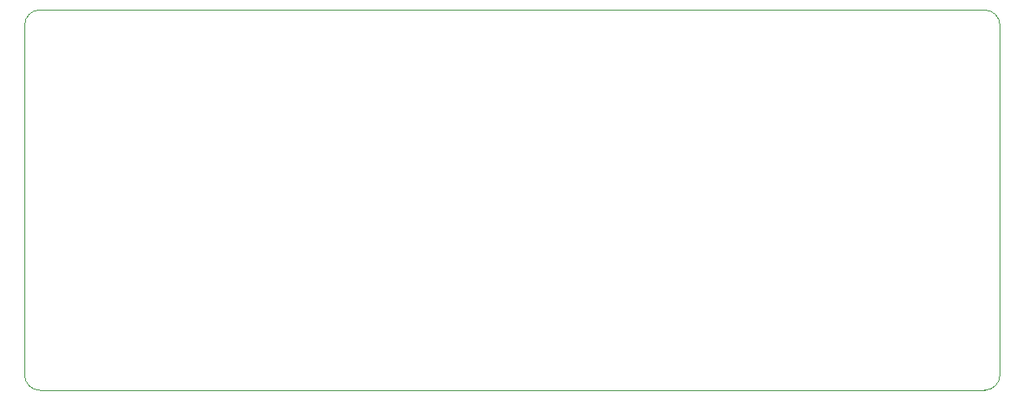
<source format=gm1>
G04 #@! TF.GenerationSoftware,KiCad,Pcbnew,(5.1.9)-1*
G04 #@! TF.CreationDate,2021-05-06T18:48:07-07:00*
G04 #@! TF.ProjectId,PCB,5043422e-6b69-4636-9164-5f7063625858,rev?*
G04 #@! TF.SameCoordinates,Original*
G04 #@! TF.FileFunction,Profile,NP*
%FSLAX46Y46*%
G04 Gerber Fmt 4.6, Leading zero omitted, Abs format (unit mm)*
G04 Created by KiCad (PCBNEW (5.1.9)-1) date 2021-05-06 18:48:07*
%MOMM*%
%LPD*%
G01*
G04 APERTURE LIST*
G04 #@! TA.AperFunction,Profile*
%ADD10C,0.050000*%
G04 #@! TD*
G04 APERTURE END LIST*
D10*
X222250000Y-106362500D02*
X222250000Y-69850000D01*
X196056250Y-68262500D02*
X199231250Y-68262500D01*
X199231250Y-68262500D02*
X220662500Y-68262500D01*
X122237500Y-68262500D02*
X196056250Y-68262500D01*
X220662500Y-68262500D02*
G75*
G02*
X222250000Y-69850000I0J-1587500D01*
G01*
X122237500Y-107950000D02*
X220662500Y-107950000D01*
X222250000Y-106362500D02*
G75*
G02*
X220662500Y-107950000I-1587500J0D01*
G01*
X120650000Y-69850000D02*
X120650000Y-106362500D01*
X122237500Y-107950000D02*
G75*
G02*
X120650000Y-106362500I0J1587500D01*
G01*
X120650000Y-69850000D02*
G75*
G02*
X122237500Y-68262500I1587500J0D01*
G01*
M02*

</source>
